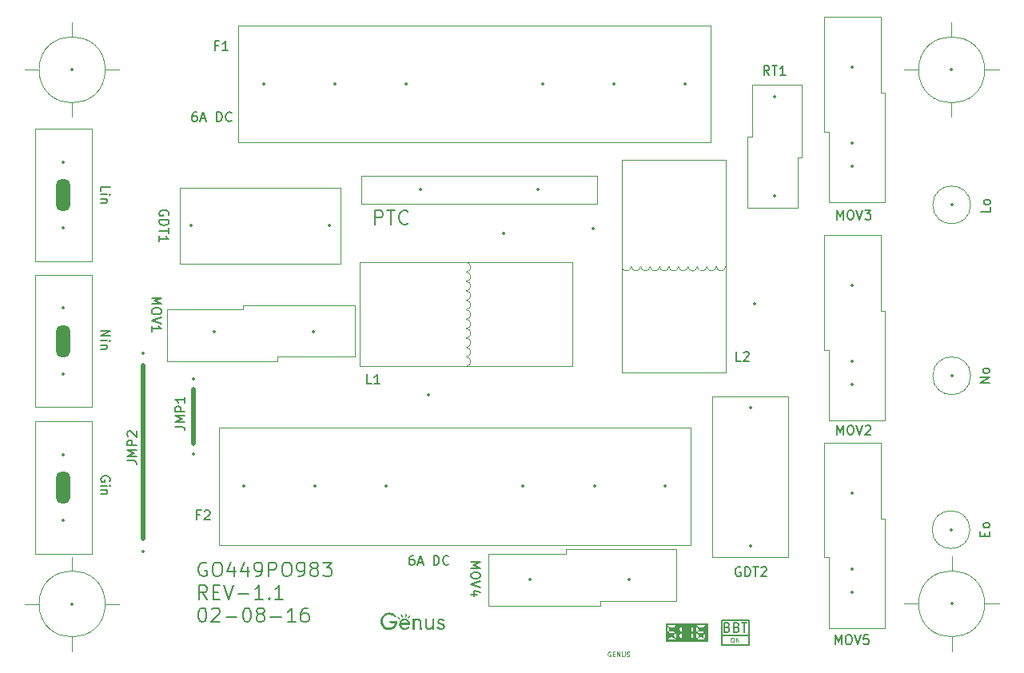
<source format=gto>
%TF.GenerationSoftware,KiCad,Pcbnew,(6.0.7)*%
%TF.CreationDate,2024-05-27T12:45:13+05:30*%
%TF.ProjectId,G0449P0983,47303434-3950-4303-9938-332e6b696361,rev?*%
%TF.SameCoordinates,Original*%
%TF.FileFunction,Legend,Top*%
%TF.FilePolarity,Positive*%
%FSLAX46Y46*%
G04 Gerber Fmt 4.6, Leading zero omitted, Abs format (unit mm)*
G04 Created by KiCad (PCBNEW (6.0.7)) date 2024-05-27 12:45:13*
%MOMM*%
%LPD*%
G01*
G04 APERTURE LIST*
%ADD10C,0.150000*%
%ADD11C,0.125000*%
%ADD12C,0.120000*%
%ADD13C,0.500000*%
%ADD14C,0.350000*%
%ADD15O,1.500000X3.500000*%
G04 APERTURE END LIST*
D10*
X115000000Y-115200000D02*
X117900000Y-115200000D01*
X117900000Y-115200000D02*
X117900000Y-117800000D01*
X117900000Y-117800000D02*
X115000000Y-117800000D01*
X115000000Y-117800000D02*
X115000000Y-115200000D01*
X115000000Y-116800000D02*
X117900000Y-116800000D01*
X60440357Y-109135000D02*
X60297500Y-109063571D01*
X60083214Y-109063571D01*
X59868928Y-109135000D01*
X59726071Y-109277857D01*
X59654642Y-109420714D01*
X59583214Y-109706428D01*
X59583214Y-109920714D01*
X59654642Y-110206428D01*
X59726071Y-110349285D01*
X59868928Y-110492142D01*
X60083214Y-110563571D01*
X60226071Y-110563571D01*
X60440357Y-110492142D01*
X60511785Y-110420714D01*
X60511785Y-109920714D01*
X60226071Y-109920714D01*
X61440357Y-109063571D02*
X61726071Y-109063571D01*
X61868928Y-109135000D01*
X62011785Y-109277857D01*
X62083214Y-109563571D01*
X62083214Y-110063571D01*
X62011785Y-110349285D01*
X61868928Y-110492142D01*
X61726071Y-110563571D01*
X61440357Y-110563571D01*
X61297500Y-110492142D01*
X61154642Y-110349285D01*
X61083214Y-110063571D01*
X61083214Y-109563571D01*
X61154642Y-109277857D01*
X61297500Y-109135000D01*
X61440357Y-109063571D01*
X63368928Y-109563571D02*
X63368928Y-110563571D01*
X63011785Y-108992142D02*
X62654642Y-110063571D01*
X63583214Y-110063571D01*
X64797500Y-109563571D02*
X64797500Y-110563571D01*
X64440357Y-108992142D02*
X64083214Y-110063571D01*
X65011785Y-110063571D01*
X65654642Y-110563571D02*
X65940357Y-110563571D01*
X66083214Y-110492142D01*
X66154642Y-110420714D01*
X66297500Y-110206428D01*
X66368928Y-109920714D01*
X66368928Y-109349285D01*
X66297500Y-109206428D01*
X66226071Y-109135000D01*
X66083214Y-109063571D01*
X65797500Y-109063571D01*
X65654642Y-109135000D01*
X65583214Y-109206428D01*
X65511785Y-109349285D01*
X65511785Y-109706428D01*
X65583214Y-109849285D01*
X65654642Y-109920714D01*
X65797500Y-109992142D01*
X66083214Y-109992142D01*
X66226071Y-109920714D01*
X66297500Y-109849285D01*
X66368928Y-109706428D01*
X67011785Y-110563571D02*
X67011785Y-109063571D01*
X67583214Y-109063571D01*
X67726071Y-109135000D01*
X67797500Y-109206428D01*
X67868928Y-109349285D01*
X67868928Y-109563571D01*
X67797500Y-109706428D01*
X67726071Y-109777857D01*
X67583214Y-109849285D01*
X67011785Y-109849285D01*
X68797500Y-109063571D02*
X69083214Y-109063571D01*
X69226071Y-109135000D01*
X69368928Y-109277857D01*
X69440357Y-109563571D01*
X69440357Y-110063571D01*
X69368928Y-110349285D01*
X69226071Y-110492142D01*
X69083214Y-110563571D01*
X68797500Y-110563571D01*
X68654642Y-110492142D01*
X68511785Y-110349285D01*
X68440357Y-110063571D01*
X68440357Y-109563571D01*
X68511785Y-109277857D01*
X68654642Y-109135000D01*
X68797500Y-109063571D01*
X70154642Y-110563571D02*
X70440357Y-110563571D01*
X70583214Y-110492142D01*
X70654642Y-110420714D01*
X70797500Y-110206428D01*
X70868928Y-109920714D01*
X70868928Y-109349285D01*
X70797500Y-109206428D01*
X70726071Y-109135000D01*
X70583214Y-109063571D01*
X70297500Y-109063571D01*
X70154642Y-109135000D01*
X70083214Y-109206428D01*
X70011785Y-109349285D01*
X70011785Y-109706428D01*
X70083214Y-109849285D01*
X70154642Y-109920714D01*
X70297500Y-109992142D01*
X70583214Y-109992142D01*
X70726071Y-109920714D01*
X70797500Y-109849285D01*
X70868928Y-109706428D01*
X71726071Y-109706428D02*
X71583214Y-109635000D01*
X71511785Y-109563571D01*
X71440357Y-109420714D01*
X71440357Y-109349285D01*
X71511785Y-109206428D01*
X71583214Y-109135000D01*
X71726071Y-109063571D01*
X72011785Y-109063571D01*
X72154642Y-109135000D01*
X72226071Y-109206428D01*
X72297500Y-109349285D01*
X72297500Y-109420714D01*
X72226071Y-109563571D01*
X72154642Y-109635000D01*
X72011785Y-109706428D01*
X71726071Y-109706428D01*
X71583214Y-109777857D01*
X71511785Y-109849285D01*
X71440357Y-109992142D01*
X71440357Y-110277857D01*
X71511785Y-110420714D01*
X71583214Y-110492142D01*
X71726071Y-110563571D01*
X72011785Y-110563571D01*
X72154642Y-110492142D01*
X72226071Y-110420714D01*
X72297500Y-110277857D01*
X72297500Y-109992142D01*
X72226071Y-109849285D01*
X72154642Y-109777857D01*
X72011785Y-109706428D01*
X72797500Y-109063571D02*
X73726071Y-109063571D01*
X73226071Y-109635000D01*
X73440357Y-109635000D01*
X73583214Y-109706428D01*
X73654642Y-109777857D01*
X73726071Y-109920714D01*
X73726071Y-110277857D01*
X73654642Y-110420714D01*
X73583214Y-110492142D01*
X73440357Y-110563571D01*
X73011785Y-110563571D01*
X72868928Y-110492142D01*
X72797500Y-110420714D01*
X60511785Y-112978571D02*
X60011785Y-112264285D01*
X59654642Y-112978571D02*
X59654642Y-111478571D01*
X60226071Y-111478571D01*
X60368928Y-111550000D01*
X60440357Y-111621428D01*
X60511785Y-111764285D01*
X60511785Y-111978571D01*
X60440357Y-112121428D01*
X60368928Y-112192857D01*
X60226071Y-112264285D01*
X59654642Y-112264285D01*
X61154642Y-112192857D02*
X61654642Y-112192857D01*
X61868928Y-112978571D02*
X61154642Y-112978571D01*
X61154642Y-111478571D01*
X61868928Y-111478571D01*
X62297500Y-111478571D02*
X62797500Y-112978571D01*
X63297500Y-111478571D01*
X63797500Y-112407142D02*
X64940357Y-112407142D01*
X66440357Y-112978571D02*
X65583214Y-112978571D01*
X66011785Y-112978571D02*
X66011785Y-111478571D01*
X65868928Y-111692857D01*
X65726071Y-111835714D01*
X65583214Y-111907142D01*
X67083214Y-112835714D02*
X67154642Y-112907142D01*
X67083214Y-112978571D01*
X67011785Y-112907142D01*
X67083214Y-112835714D01*
X67083214Y-112978571D01*
X68583214Y-112978571D02*
X67726071Y-112978571D01*
X68154642Y-112978571D02*
X68154642Y-111478571D01*
X68011785Y-111692857D01*
X67868928Y-111835714D01*
X67726071Y-111907142D01*
X59940357Y-113893571D02*
X60083214Y-113893571D01*
X60226071Y-113965000D01*
X60297500Y-114036428D01*
X60368928Y-114179285D01*
X60440357Y-114465000D01*
X60440357Y-114822142D01*
X60368928Y-115107857D01*
X60297500Y-115250714D01*
X60226071Y-115322142D01*
X60083214Y-115393571D01*
X59940357Y-115393571D01*
X59797500Y-115322142D01*
X59726071Y-115250714D01*
X59654642Y-115107857D01*
X59583214Y-114822142D01*
X59583214Y-114465000D01*
X59654642Y-114179285D01*
X59726071Y-114036428D01*
X59797500Y-113965000D01*
X59940357Y-113893571D01*
X61011785Y-114036428D02*
X61083214Y-113965000D01*
X61226071Y-113893571D01*
X61583214Y-113893571D01*
X61726071Y-113965000D01*
X61797500Y-114036428D01*
X61868928Y-114179285D01*
X61868928Y-114322142D01*
X61797500Y-114536428D01*
X60940357Y-115393571D01*
X61868928Y-115393571D01*
X62511785Y-114822142D02*
X63654642Y-114822142D01*
X64654642Y-113893571D02*
X64797500Y-113893571D01*
X64940357Y-113965000D01*
X65011785Y-114036428D01*
X65083214Y-114179285D01*
X65154642Y-114465000D01*
X65154642Y-114822142D01*
X65083214Y-115107857D01*
X65011785Y-115250714D01*
X64940357Y-115322142D01*
X64797500Y-115393571D01*
X64654642Y-115393571D01*
X64511785Y-115322142D01*
X64440357Y-115250714D01*
X64368928Y-115107857D01*
X64297500Y-114822142D01*
X64297500Y-114465000D01*
X64368928Y-114179285D01*
X64440357Y-114036428D01*
X64511785Y-113965000D01*
X64654642Y-113893571D01*
X66011785Y-114536428D02*
X65868928Y-114465000D01*
X65797500Y-114393571D01*
X65726071Y-114250714D01*
X65726071Y-114179285D01*
X65797500Y-114036428D01*
X65868928Y-113965000D01*
X66011785Y-113893571D01*
X66297500Y-113893571D01*
X66440357Y-113965000D01*
X66511785Y-114036428D01*
X66583214Y-114179285D01*
X66583214Y-114250714D01*
X66511785Y-114393571D01*
X66440357Y-114465000D01*
X66297500Y-114536428D01*
X66011785Y-114536428D01*
X65868928Y-114607857D01*
X65797500Y-114679285D01*
X65726071Y-114822142D01*
X65726071Y-115107857D01*
X65797500Y-115250714D01*
X65868928Y-115322142D01*
X66011785Y-115393571D01*
X66297500Y-115393571D01*
X66440357Y-115322142D01*
X66511785Y-115250714D01*
X66583214Y-115107857D01*
X66583214Y-114822142D01*
X66511785Y-114679285D01*
X66440357Y-114607857D01*
X66297500Y-114536428D01*
X67226071Y-114822142D02*
X68368928Y-114822142D01*
X69868928Y-115393571D02*
X69011785Y-115393571D01*
X69440357Y-115393571D02*
X69440357Y-113893571D01*
X69297500Y-114107857D01*
X69154642Y-114250714D01*
X69011785Y-114322142D01*
X71154642Y-113893571D02*
X70868928Y-113893571D01*
X70726071Y-113965000D01*
X70654642Y-114036428D01*
X70511785Y-114250714D01*
X70440357Y-114536428D01*
X70440357Y-115107857D01*
X70511785Y-115250714D01*
X70583214Y-115322142D01*
X70726071Y-115393571D01*
X71011785Y-115393571D01*
X71154642Y-115322142D01*
X71226071Y-115250714D01*
X71297500Y-115107857D01*
X71297500Y-114750714D01*
X71226071Y-114607857D01*
X71154642Y-114536428D01*
X71011785Y-114465000D01*
X70726071Y-114465000D01*
X70583214Y-114536428D01*
X70511785Y-114607857D01*
X70440357Y-114750714D01*
D11*
X103242857Y-118550000D02*
X103195238Y-118526190D01*
X103123809Y-118526190D01*
X103052380Y-118550000D01*
X103004761Y-118597619D01*
X102980952Y-118645238D01*
X102957142Y-118740476D01*
X102957142Y-118811904D01*
X102980952Y-118907142D01*
X103004761Y-118954761D01*
X103052380Y-119002380D01*
X103123809Y-119026190D01*
X103171428Y-119026190D01*
X103242857Y-119002380D01*
X103266666Y-118978571D01*
X103266666Y-118811904D01*
X103171428Y-118811904D01*
X103480952Y-118764285D02*
X103647619Y-118764285D01*
X103719047Y-119026190D02*
X103480952Y-119026190D01*
X103480952Y-118526190D01*
X103719047Y-118526190D01*
X103933333Y-119026190D02*
X103933333Y-118526190D01*
X104219047Y-119026190D01*
X104219047Y-118526190D01*
X104457142Y-118526190D02*
X104457142Y-118930952D01*
X104480952Y-118978571D01*
X104504761Y-119002380D01*
X104552380Y-119026190D01*
X104647619Y-119026190D01*
X104695238Y-119002380D01*
X104719047Y-118978571D01*
X104742857Y-118930952D01*
X104742857Y-118526190D01*
X104957142Y-119002380D02*
X105028571Y-119026190D01*
X105147619Y-119026190D01*
X105195238Y-119002380D01*
X105219047Y-118978571D01*
X105242857Y-118930952D01*
X105242857Y-118883333D01*
X105219047Y-118835714D01*
X105195238Y-118811904D01*
X105147619Y-118788095D01*
X105052380Y-118764285D01*
X105004761Y-118740476D01*
X104980952Y-118716666D01*
X104957142Y-118669047D01*
X104957142Y-118621428D01*
X104980952Y-118573809D01*
X105004761Y-118550000D01*
X105052380Y-118526190D01*
X105171428Y-118526190D01*
X105242857Y-118550000D01*
D10*
X115590476Y-115928571D02*
X115733333Y-115976190D01*
X115780952Y-116023809D01*
X115828571Y-116119047D01*
X115828571Y-116261904D01*
X115780952Y-116357142D01*
X115733333Y-116404761D01*
X115638095Y-116452380D01*
X115257142Y-116452380D01*
X115257142Y-115452380D01*
X115590476Y-115452380D01*
X115685714Y-115500000D01*
X115733333Y-115547619D01*
X115780952Y-115642857D01*
X115780952Y-115738095D01*
X115733333Y-115833333D01*
X115685714Y-115880952D01*
X115590476Y-115928571D01*
X115257142Y-115928571D01*
X116590476Y-115928571D02*
X116733333Y-115976190D01*
X116780952Y-116023809D01*
X116828571Y-116119047D01*
X116828571Y-116261904D01*
X116780952Y-116357142D01*
X116733333Y-116404761D01*
X116638095Y-116452380D01*
X116257142Y-116452380D01*
X116257142Y-115452380D01*
X116590476Y-115452380D01*
X116685714Y-115500000D01*
X116733333Y-115547619D01*
X116780952Y-115642857D01*
X116780952Y-115738095D01*
X116733333Y-115833333D01*
X116685714Y-115880952D01*
X116590476Y-115928571D01*
X116257142Y-115928571D01*
X117114285Y-115452380D02*
X117685714Y-115452380D01*
X117400000Y-116452380D02*
X117400000Y-115452380D01*
D11*
X116102380Y-117026190D02*
X116197619Y-117026190D01*
X116245238Y-117050000D01*
X116292857Y-117097619D01*
X116316666Y-117192857D01*
X116316666Y-117359523D01*
X116292857Y-117454761D01*
X116245238Y-117502380D01*
X116197619Y-117526190D01*
X116102380Y-117526190D01*
X116054761Y-117502380D01*
X116007142Y-117454761D01*
X115983333Y-117359523D01*
X115983333Y-117192857D01*
X116007142Y-117097619D01*
X116054761Y-117050000D01*
X116102380Y-117026190D01*
X116530952Y-117526190D02*
X116530952Y-117026190D01*
X116816666Y-117526190D02*
X116602380Y-117240476D01*
X116816666Y-117026190D02*
X116530952Y-117311904D01*
D10*
%TO.C,EO1*%
X142856743Y-106266666D02*
X142856743Y-105933333D01*
X143380552Y-105790476D02*
X143380552Y-106266666D01*
X142380552Y-106266666D01*
X142380552Y-105790476D01*
X143380552Y-105219047D02*
X143332933Y-105314285D01*
X143285314Y-105361904D01*
X143190076Y-105409523D01*
X142904362Y-105409523D01*
X142809124Y-105361904D01*
X142761505Y-105314285D01*
X142713886Y-105219047D01*
X142713886Y-105076190D01*
X142761505Y-104980952D01*
X142809124Y-104933333D01*
X142904362Y-104885714D01*
X143190076Y-104885714D01*
X143285314Y-104933333D01*
X143332933Y-104980952D01*
X143380552Y-105076190D01*
X143380552Y-105219047D01*
%TO.C,Lo1*%
X143452380Y-71442857D02*
X143452380Y-71919047D01*
X142452380Y-71919047D01*
X143452380Y-70966666D02*
X143404761Y-71061904D01*
X143357142Y-71109523D01*
X143261904Y-71157142D01*
X142976190Y-71157142D01*
X142880952Y-71109523D01*
X142833333Y-71061904D01*
X142785714Y-70966666D01*
X142785714Y-70823809D01*
X142833333Y-70728571D01*
X142880952Y-70680952D01*
X142976190Y-70633333D01*
X143261904Y-70633333D01*
X143357142Y-70680952D01*
X143404761Y-70728571D01*
X143452380Y-70823809D01*
X143452380Y-70966666D01*
%TO.C,Lin1*%
X49247619Y-69770728D02*
X49247619Y-69294538D01*
X50247619Y-69294538D01*
X49247619Y-70104061D02*
X49914285Y-70104061D01*
X50247619Y-70104061D02*
X50200000Y-70056442D01*
X50152380Y-70104061D01*
X50200000Y-70151681D01*
X50247619Y-70104061D01*
X50152380Y-70104061D01*
X49914285Y-70580252D02*
X49247619Y-70580252D01*
X49819047Y-70580252D02*
X49866666Y-70627871D01*
X49914285Y-70723109D01*
X49914285Y-70865966D01*
X49866666Y-70961204D01*
X49771428Y-71008823D01*
X49247619Y-71008823D01*
%TO.C,PTC1*%
X78285714Y-73278571D02*
X78285714Y-71778571D01*
X78857142Y-71778571D01*
X79000000Y-71850000D01*
X79071428Y-71921428D01*
X79142857Y-72064285D01*
X79142857Y-72278571D01*
X79071428Y-72421428D01*
X79000000Y-72492857D01*
X78857142Y-72564285D01*
X78285714Y-72564285D01*
X79571428Y-71778571D02*
X80428571Y-71778571D01*
X80000000Y-73278571D02*
X80000000Y-71778571D01*
X81785714Y-73135714D02*
X81714285Y-73207142D01*
X81500000Y-73278571D01*
X81357142Y-73278571D01*
X81142857Y-73207142D01*
X81000000Y-73064285D01*
X80928571Y-72921428D01*
X80857142Y-72635714D01*
X80857142Y-72421428D01*
X80928571Y-72135714D01*
X81000000Y-71992857D01*
X81142857Y-71850000D01*
X81357142Y-71778571D01*
X81500000Y-71778571D01*
X81714285Y-71850000D01*
X81785714Y-71921428D01*
%TO.C,L2*%
X117033333Y-87752380D02*
X116557142Y-87752380D01*
X116557142Y-86752380D01*
X117319047Y-86847619D02*
X117366666Y-86800000D01*
X117461904Y-86752380D01*
X117700000Y-86752380D01*
X117795238Y-86800000D01*
X117842857Y-86847619D01*
X117890476Y-86942857D01*
X117890476Y-87038095D01*
X117842857Y-87180952D01*
X117271428Y-87752380D01*
X117890476Y-87752380D01*
%TO.C,JP2*%
X52052380Y-98304761D02*
X52766666Y-98304761D01*
X52909523Y-98352380D01*
X53004761Y-98447619D01*
X53052380Y-98590476D01*
X53052380Y-98685714D01*
X53052380Y-97828571D02*
X52052380Y-97828571D01*
X52766666Y-97495238D01*
X52052380Y-97161904D01*
X53052380Y-97161904D01*
X53052380Y-96685714D02*
X52052380Y-96685714D01*
X52052380Y-96304761D01*
X52100000Y-96209523D01*
X52147619Y-96161904D01*
X52242857Y-96114285D01*
X52385714Y-96114285D01*
X52480952Y-96161904D01*
X52528571Y-96209523D01*
X52576190Y-96304761D01*
X52576190Y-96685714D01*
X52147619Y-95733333D02*
X52100000Y-95685714D01*
X52052380Y-95590476D01*
X52052380Y-95352380D01*
X52100000Y-95257142D01*
X52147619Y-95209523D01*
X52242857Y-95161904D01*
X52338095Y-95161904D01*
X52480952Y-95209523D01*
X53052380Y-95780952D01*
X53052380Y-95161904D01*
%TO.C,Nin1*%
X49247619Y-84523809D02*
X50247619Y-84523809D01*
X49247619Y-85095238D01*
X50247619Y-85095238D01*
X49247619Y-85571428D02*
X49914285Y-85571428D01*
X50247619Y-85571428D02*
X50200000Y-85523809D01*
X50152380Y-85571428D01*
X50200000Y-85619047D01*
X50247619Y-85571428D01*
X50152380Y-85571428D01*
X49914285Y-86047619D02*
X49247619Y-86047619D01*
X49819047Y-86047619D02*
X49866666Y-86095238D01*
X49914285Y-86190476D01*
X49914285Y-86333333D01*
X49866666Y-86428571D01*
X49771428Y-86476190D01*
X49247619Y-86476190D01*
%TO.C,MOV1*%
X54647619Y-81038095D02*
X55647619Y-81038095D01*
X54933333Y-81371428D01*
X55647619Y-81704761D01*
X54647619Y-81704761D01*
X55647619Y-82371428D02*
X55647619Y-82561904D01*
X55600000Y-82657142D01*
X55504761Y-82752380D01*
X55314285Y-82800000D01*
X54980952Y-82800000D01*
X54790476Y-82752380D01*
X54695238Y-82657142D01*
X54647619Y-82561904D01*
X54647619Y-82371428D01*
X54695238Y-82276190D01*
X54790476Y-82180952D01*
X54980952Y-82133333D01*
X55314285Y-82133333D01*
X55504761Y-82180952D01*
X55600000Y-82276190D01*
X55647619Y-82371428D01*
X55647619Y-83085714D02*
X54647619Y-83419047D01*
X55647619Y-83752380D01*
X54647619Y-84609523D02*
X54647619Y-84038095D01*
X54647619Y-84323809D02*
X55647619Y-84323809D01*
X55504761Y-84228571D01*
X55409523Y-84133333D01*
X55361904Y-84038095D01*
%TO.C,MOV5*%
X127038095Y-117752380D02*
X127038095Y-116752380D01*
X127371428Y-117466666D01*
X127704761Y-116752380D01*
X127704761Y-117752380D01*
X128371428Y-116752380D02*
X128561904Y-116752380D01*
X128657142Y-116800000D01*
X128752380Y-116895238D01*
X128800000Y-117085714D01*
X128800000Y-117419047D01*
X128752380Y-117609523D01*
X128657142Y-117704761D01*
X128561904Y-117752380D01*
X128371428Y-117752380D01*
X128276190Y-117704761D01*
X128180952Y-117609523D01*
X128133333Y-117419047D01*
X128133333Y-117085714D01*
X128180952Y-116895238D01*
X128276190Y-116800000D01*
X128371428Y-116752380D01*
X129085714Y-116752380D02*
X129419047Y-117752380D01*
X129752380Y-116752380D01*
X130561904Y-116752380D02*
X130085714Y-116752380D01*
X130038095Y-117228571D01*
X130085714Y-117180952D01*
X130180952Y-117133333D01*
X130419047Y-117133333D01*
X130514285Y-117180952D01*
X130561904Y-117228571D01*
X130609523Y-117323809D01*
X130609523Y-117561904D01*
X130561904Y-117657142D01*
X130514285Y-117704761D01*
X130419047Y-117752380D01*
X130180952Y-117752380D01*
X130085714Y-117704761D01*
X130038095Y-117657142D01*
%TO.C,F2*%
X59766666Y-104028571D02*
X59433333Y-104028571D01*
X59433333Y-104552380D02*
X59433333Y-103552380D01*
X59909523Y-103552380D01*
X60242857Y-103647619D02*
X60290476Y-103600000D01*
X60385714Y-103552380D01*
X60623809Y-103552380D01*
X60719047Y-103600000D01*
X60766666Y-103647619D01*
X60814285Y-103742857D01*
X60814285Y-103838095D01*
X60766666Y-103980952D01*
X60195238Y-104552380D01*
X60814285Y-104552380D01*
X82380952Y-108352380D02*
X82190476Y-108352380D01*
X82095238Y-108400000D01*
X82047619Y-108447619D01*
X81952380Y-108590476D01*
X81904761Y-108780952D01*
X81904761Y-109161904D01*
X81952380Y-109257142D01*
X82000000Y-109304761D01*
X82095238Y-109352380D01*
X82285714Y-109352380D01*
X82380952Y-109304761D01*
X82428571Y-109257142D01*
X82476190Y-109161904D01*
X82476190Y-108923809D01*
X82428571Y-108828571D01*
X82380952Y-108780952D01*
X82285714Y-108733333D01*
X82095238Y-108733333D01*
X82000000Y-108780952D01*
X81952380Y-108828571D01*
X81904761Y-108923809D01*
X82857142Y-109066666D02*
X83333333Y-109066666D01*
X82761904Y-109352380D02*
X83095238Y-108352380D01*
X83428571Y-109352380D01*
X84523809Y-109352380D02*
X84523809Y-108352380D01*
X84761904Y-108352380D01*
X84904761Y-108400000D01*
X85000000Y-108495238D01*
X85047619Y-108590476D01*
X85095238Y-108780952D01*
X85095238Y-108923809D01*
X85047619Y-109114285D01*
X85000000Y-109209523D01*
X84904761Y-109304761D01*
X84761904Y-109352380D01*
X84523809Y-109352380D01*
X86095238Y-109257142D02*
X86047619Y-109304761D01*
X85904761Y-109352380D01*
X85809523Y-109352380D01*
X85666666Y-109304761D01*
X85571428Y-109209523D01*
X85523809Y-109114285D01*
X85476190Y-108923809D01*
X85476190Y-108780952D01*
X85523809Y-108590476D01*
X85571428Y-108495238D01*
X85666666Y-108400000D01*
X85809523Y-108352380D01*
X85904761Y-108352380D01*
X86047619Y-108400000D01*
X86095238Y-108447619D01*
%TO.C,MOV2*%
X127238095Y-95552380D02*
X127238095Y-94552380D01*
X127571428Y-95266666D01*
X127904761Y-94552380D01*
X127904761Y-95552380D01*
X128571428Y-94552380D02*
X128761904Y-94552380D01*
X128857142Y-94600000D01*
X128952380Y-94695238D01*
X129000000Y-94885714D01*
X129000000Y-95219047D01*
X128952380Y-95409523D01*
X128857142Y-95504761D01*
X128761904Y-95552380D01*
X128571428Y-95552380D01*
X128476190Y-95504761D01*
X128380952Y-95409523D01*
X128333333Y-95219047D01*
X128333333Y-94885714D01*
X128380952Y-94695238D01*
X128476190Y-94600000D01*
X128571428Y-94552380D01*
X129285714Y-94552380D02*
X129619047Y-95552380D01*
X129952380Y-94552380D01*
X130238095Y-94647619D02*
X130285714Y-94600000D01*
X130380952Y-94552380D01*
X130619047Y-94552380D01*
X130714285Y-94600000D01*
X130761904Y-94647619D01*
X130809523Y-94742857D01*
X130809523Y-94838095D01*
X130761904Y-94980952D01*
X130190476Y-95552380D01*
X130809523Y-95552380D01*
%TO.C,JP1*%
X57152380Y-94704761D02*
X57866666Y-94704761D01*
X58009523Y-94752380D01*
X58104761Y-94847619D01*
X58152380Y-94990476D01*
X58152380Y-95085714D01*
X58152380Y-94228571D02*
X57152380Y-94228571D01*
X57866666Y-93895238D01*
X57152380Y-93561904D01*
X58152380Y-93561904D01*
X58152380Y-93085714D02*
X57152380Y-93085714D01*
X57152380Y-92704761D01*
X57200000Y-92609523D01*
X57247619Y-92561904D01*
X57342857Y-92514285D01*
X57485714Y-92514285D01*
X57580952Y-92561904D01*
X57628571Y-92609523D01*
X57676190Y-92704761D01*
X57676190Y-93085714D01*
X58152380Y-91561904D02*
X58152380Y-92133333D01*
X58152380Y-91847619D02*
X57152380Y-91847619D01*
X57295238Y-91942857D01*
X57390476Y-92038095D01*
X57438095Y-92133333D01*
%TO.C,No1*%
X143352380Y-90038095D02*
X142352380Y-90038095D01*
X143352380Y-89466666D01*
X142352380Y-89466666D01*
X143352380Y-88847619D02*
X143304761Y-88942857D01*
X143257142Y-88990476D01*
X143161904Y-89038095D01*
X142876190Y-89038095D01*
X142780952Y-88990476D01*
X142733333Y-88942857D01*
X142685714Y-88847619D01*
X142685714Y-88704761D01*
X142733333Y-88609523D01*
X142780952Y-88561904D01*
X142876190Y-88514285D01*
X143161904Y-88514285D01*
X143257142Y-88561904D01*
X143304761Y-88609523D01*
X143352380Y-88704761D01*
X143352380Y-88847619D01*
%TO.C,RT1*%
X120052380Y-57452380D02*
X119719047Y-56976190D01*
X119480952Y-57452380D02*
X119480952Y-56452380D01*
X119861904Y-56452380D01*
X119957142Y-56500000D01*
X120004761Y-56547619D01*
X120052380Y-56642857D01*
X120052380Y-56785714D01*
X120004761Y-56880952D01*
X119957142Y-56928571D01*
X119861904Y-56976190D01*
X119480952Y-56976190D01*
X120338095Y-56452380D02*
X120909523Y-56452380D01*
X120623809Y-57452380D02*
X120623809Y-56452380D01*
X121766666Y-57452380D02*
X121195238Y-57452380D01*
X121480952Y-57452380D02*
X121480952Y-56452380D01*
X121385714Y-56595238D01*
X121290476Y-56690476D01*
X121195238Y-56738095D01*
%TO.C,MOV3*%
X127238095Y-72752380D02*
X127238095Y-71752380D01*
X127571428Y-72466666D01*
X127904761Y-71752380D01*
X127904761Y-72752380D01*
X128571428Y-71752380D02*
X128761904Y-71752380D01*
X128857142Y-71800000D01*
X128952380Y-71895238D01*
X129000000Y-72085714D01*
X129000000Y-72419047D01*
X128952380Y-72609523D01*
X128857142Y-72704761D01*
X128761904Y-72752380D01*
X128571428Y-72752380D01*
X128476190Y-72704761D01*
X128380952Y-72609523D01*
X128333333Y-72419047D01*
X128333333Y-72085714D01*
X128380952Y-71895238D01*
X128476190Y-71800000D01*
X128571428Y-71752380D01*
X129285714Y-71752380D02*
X129619047Y-72752380D01*
X129952380Y-71752380D01*
X130190476Y-71752380D02*
X130809523Y-71752380D01*
X130476190Y-72133333D01*
X130619047Y-72133333D01*
X130714285Y-72180952D01*
X130761904Y-72228571D01*
X130809523Y-72323809D01*
X130809523Y-72561904D01*
X130761904Y-72657142D01*
X130714285Y-72704761D01*
X130619047Y-72752380D01*
X130333333Y-72752380D01*
X130238095Y-72704761D01*
X130190476Y-72657142D01*
%TO.C,F1*%
X61666666Y-54328571D02*
X61333333Y-54328571D01*
X61333333Y-54852380D02*
X61333333Y-53852380D01*
X61809523Y-53852380D01*
X62714285Y-54852380D02*
X62142857Y-54852380D01*
X62428571Y-54852380D02*
X62428571Y-53852380D01*
X62333333Y-53995238D01*
X62238095Y-54090476D01*
X62142857Y-54138095D01*
X59380952Y-61352380D02*
X59190476Y-61352380D01*
X59095238Y-61400000D01*
X59047619Y-61447619D01*
X58952380Y-61590476D01*
X58904761Y-61780952D01*
X58904761Y-62161904D01*
X58952380Y-62257142D01*
X59000000Y-62304761D01*
X59095238Y-62352380D01*
X59285714Y-62352380D01*
X59380952Y-62304761D01*
X59428571Y-62257142D01*
X59476190Y-62161904D01*
X59476190Y-61923809D01*
X59428571Y-61828571D01*
X59380952Y-61780952D01*
X59285714Y-61733333D01*
X59095238Y-61733333D01*
X59000000Y-61780952D01*
X58952380Y-61828571D01*
X58904761Y-61923809D01*
X59857142Y-62066666D02*
X60333333Y-62066666D01*
X59761904Y-62352380D02*
X60095238Y-61352380D01*
X60428571Y-62352380D01*
X61523809Y-62352380D02*
X61523809Y-61352380D01*
X61761904Y-61352380D01*
X61904761Y-61400000D01*
X62000000Y-61495238D01*
X62047619Y-61590476D01*
X62095238Y-61780952D01*
X62095238Y-61923809D01*
X62047619Y-62114285D01*
X62000000Y-62209523D01*
X61904761Y-62304761D01*
X61761904Y-62352380D01*
X61523809Y-62352380D01*
X63095238Y-62257142D02*
X63047619Y-62304761D01*
X62904761Y-62352380D01*
X62809523Y-62352380D01*
X62666666Y-62304761D01*
X62571428Y-62209523D01*
X62523809Y-62114285D01*
X62476190Y-61923809D01*
X62476190Y-61780952D01*
X62523809Y-61590476D01*
X62571428Y-61495238D01*
X62666666Y-61400000D01*
X62809523Y-61352380D01*
X62904761Y-61352380D01*
X63047619Y-61400000D01*
X63095238Y-61447619D01*
%TO.C,GDT2*%
X117004761Y-109600000D02*
X116909523Y-109552380D01*
X116766666Y-109552380D01*
X116623809Y-109600000D01*
X116528571Y-109695238D01*
X116480952Y-109790476D01*
X116433333Y-109980952D01*
X116433333Y-110123809D01*
X116480952Y-110314285D01*
X116528571Y-110409523D01*
X116623809Y-110504761D01*
X116766666Y-110552380D01*
X116861904Y-110552380D01*
X117004761Y-110504761D01*
X117052380Y-110457142D01*
X117052380Y-110123809D01*
X116861904Y-110123809D01*
X117480952Y-110552380D02*
X117480952Y-109552380D01*
X117719047Y-109552380D01*
X117861904Y-109600000D01*
X117957142Y-109695238D01*
X118004761Y-109790476D01*
X118052380Y-109980952D01*
X118052380Y-110123809D01*
X118004761Y-110314285D01*
X117957142Y-110409523D01*
X117861904Y-110504761D01*
X117719047Y-110552380D01*
X117480952Y-110552380D01*
X118338095Y-109552380D02*
X118909523Y-109552380D01*
X118623809Y-110552380D02*
X118623809Y-109552380D01*
X119195238Y-109647619D02*
X119242857Y-109600000D01*
X119338095Y-109552380D01*
X119576190Y-109552380D01*
X119671428Y-109600000D01*
X119719047Y-109647619D01*
X119766666Y-109742857D01*
X119766666Y-109838095D01*
X119719047Y-109980952D01*
X119147619Y-110552380D01*
X119766666Y-110552380D01*
%TO.C,Gin1*%
X50200000Y-100471428D02*
X50247619Y-100376190D01*
X50247619Y-100233333D01*
X50200000Y-100090476D01*
X50104761Y-99995238D01*
X50009523Y-99947619D01*
X49819047Y-99900000D01*
X49676190Y-99900000D01*
X49485714Y-99947619D01*
X49390476Y-99995238D01*
X49295238Y-100090476D01*
X49247619Y-100233333D01*
X49247619Y-100328571D01*
X49295238Y-100471428D01*
X49342857Y-100519047D01*
X49676190Y-100519047D01*
X49676190Y-100328571D01*
X49247619Y-100947619D02*
X49914285Y-100947619D01*
X50247619Y-100947619D02*
X50200000Y-100900000D01*
X50152380Y-100947619D01*
X50200000Y-100995238D01*
X50247619Y-100947619D01*
X50152380Y-100947619D01*
X49914285Y-101423809D02*
X49247619Y-101423809D01*
X49819047Y-101423809D02*
X49866666Y-101471428D01*
X49914285Y-101566666D01*
X49914285Y-101709523D01*
X49866666Y-101804761D01*
X49771428Y-101852380D01*
X49247619Y-101852380D01*
%TO.C,L1*%
X77933333Y-90152380D02*
X77457142Y-90152380D01*
X77457142Y-89152380D01*
X78790476Y-90152380D02*
X78219047Y-90152380D01*
X78504761Y-90152380D02*
X78504761Y-89152380D01*
X78409523Y-89295238D01*
X78314285Y-89390476D01*
X78219047Y-89438095D01*
%TO.C,MOV4*%
X88447619Y-109038095D02*
X89447619Y-109038095D01*
X88733333Y-109371428D01*
X89447619Y-109704761D01*
X88447619Y-109704761D01*
X89447619Y-110371428D02*
X89447619Y-110561904D01*
X89400000Y-110657142D01*
X89304761Y-110752380D01*
X89114285Y-110800000D01*
X88780952Y-110800000D01*
X88590476Y-110752380D01*
X88495238Y-110657142D01*
X88447619Y-110561904D01*
X88447619Y-110371428D01*
X88495238Y-110276190D01*
X88590476Y-110180952D01*
X88780952Y-110133333D01*
X89114285Y-110133333D01*
X89304761Y-110180952D01*
X89400000Y-110276190D01*
X89447619Y-110371428D01*
X89447619Y-111085714D02*
X88447619Y-111419047D01*
X89447619Y-111752380D01*
X89114285Y-112514285D02*
X88447619Y-112514285D01*
X89495238Y-112276190D02*
X88780952Y-112038095D01*
X88780952Y-112657142D01*
%TO.C,GDT1*%
X56400000Y-72304761D02*
X56447619Y-72209523D01*
X56447619Y-72066666D01*
X56400000Y-71923809D01*
X56304761Y-71828571D01*
X56209523Y-71780952D01*
X56019047Y-71733333D01*
X55876190Y-71733333D01*
X55685714Y-71780952D01*
X55590476Y-71828571D01*
X55495238Y-71923809D01*
X55447619Y-72066666D01*
X55447619Y-72161904D01*
X55495238Y-72304761D01*
X55542857Y-72352380D01*
X55876190Y-72352380D01*
X55876190Y-72161904D01*
X55447619Y-72780952D02*
X56447619Y-72780952D01*
X56447619Y-73019047D01*
X56400000Y-73161904D01*
X56304761Y-73257142D01*
X56209523Y-73304761D01*
X56019047Y-73352380D01*
X55876190Y-73352380D01*
X55685714Y-73304761D01*
X55590476Y-73257142D01*
X55495238Y-73161904D01*
X55447619Y-73019047D01*
X55447619Y-72780952D01*
X56447619Y-73638095D02*
X56447619Y-74209523D01*
X55447619Y-73923809D02*
X56447619Y-73923809D01*
X55447619Y-75066666D02*
X55447619Y-74495238D01*
X55447619Y-74780952D02*
X56447619Y-74780952D01*
X56304761Y-74685714D01*
X56209523Y-74590476D01*
X56161904Y-74495238D01*
%TO.C,G\u002A\u002A\u002A*%
G36*
X80778794Y-114850636D02*
G01*
X80841681Y-114900335D01*
X80846648Y-114904402D01*
X80927854Y-114976339D01*
X80969925Y-115029690D01*
X80976650Y-115071603D01*
X80954086Y-115107004D01*
X80929886Y-115122268D01*
X80898828Y-115116436D01*
X80850335Y-115084962D01*
X80789435Y-115036246D01*
X80724171Y-114980647D01*
X80677593Y-114937810D01*
X80659915Y-114917209D01*
X80672772Y-114889857D01*
X80695212Y-114857227D01*
X80717509Y-114832804D01*
X80741387Y-114829367D01*
X80778794Y-114850636D01*
G37*
G36*
X83810791Y-115405993D02*
G01*
X83812476Y-115579631D01*
X83817869Y-115709970D01*
X83827477Y-115803658D01*
X83841810Y-115867343D01*
X83847118Y-115881620D01*
X83903210Y-115960447D01*
X83983452Y-116005478D01*
X84076331Y-116018036D01*
X84170335Y-115999441D01*
X84253952Y-115951016D01*
X84315671Y-115874082D01*
X84334633Y-115825654D01*
X84344332Y-115765786D01*
X84352452Y-115668195D01*
X84358267Y-115545203D01*
X84361055Y-115409130D01*
X84361194Y-115373909D01*
X84361333Y-115017308D01*
X84561530Y-115017308D01*
X84561530Y-116193465D01*
X84461432Y-116193465D01*
X84397298Y-116190629D01*
X84368791Y-116174477D01*
X84361523Y-116133546D01*
X84361333Y-116113709D01*
X84361333Y-116033954D01*
X84292516Y-116098139D01*
X84230785Y-116149522D01*
X84173106Y-116188245D01*
X84169038Y-116190408D01*
X84085315Y-116213170D01*
X83979101Y-116215356D01*
X83873121Y-116197845D01*
X83815963Y-116176732D01*
X83752321Y-116129543D01*
X83690501Y-116059338D01*
X83672071Y-116031212D01*
X83650212Y-115991747D01*
X83634258Y-115953459D01*
X83623281Y-115907905D01*
X83616355Y-115846640D01*
X83612550Y-115761222D01*
X83610939Y-115643209D01*
X83610595Y-115484156D01*
X83610594Y-115471808D01*
X83610594Y-115017308D01*
X83810791Y-115017308D01*
X83810791Y-115405993D01*
G37*
G36*
X81572766Y-114552594D02*
G01*
X81580784Y-114554550D01*
X81630026Y-114567995D01*
X81649587Y-114575154D01*
X81647252Y-114599874D01*
X81637712Y-114660447D01*
X81623661Y-114740269D01*
X81604189Y-114833201D01*
X81583753Y-114885289D01*
X81555449Y-114905386D01*
X81512371Y-114902343D01*
X81499611Y-114899291D01*
X81468579Y-114881039D01*
X81463921Y-114839154D01*
X81468995Y-114808507D01*
X81484155Y-114727589D01*
X81499362Y-114638861D01*
X81500171Y-114633846D01*
X81513257Y-114572599D01*
X81533476Y-114549429D01*
X81572766Y-114552594D01*
G37*
G36*
X80941113Y-115243179D02*
G01*
X81037531Y-115129891D01*
X81041263Y-115126710D01*
X81161834Y-115045676D01*
X81292396Y-115003145D01*
X81426392Y-114992833D01*
X81595144Y-115015631D01*
X81739157Y-115079614D01*
X81853970Y-115180209D01*
X81935124Y-115312843D01*
X81978159Y-115472946D01*
X81983993Y-115564497D01*
X81983993Y-115667948D01*
X81054709Y-115667948D01*
X81071617Y-115724253D01*
X81128160Y-115856450D01*
X81207812Y-115946364D01*
X81314984Y-115998141D01*
X81376395Y-116010517D01*
X81517979Y-116005721D01*
X81647370Y-115955082D01*
X81728460Y-115890789D01*
X81801413Y-115816172D01*
X81880033Y-115860927D01*
X81931830Y-115894583D01*
X81958032Y-115919766D01*
X81958811Y-115922530D01*
X81939356Y-115964666D01*
X81888155Y-116021242D01*
X81816837Y-116081727D01*
X81737029Y-116135591D01*
X81703222Y-116153983D01*
X81553726Y-116204597D01*
X81392543Y-116218815D01*
X81237514Y-116196066D01*
X81168923Y-116171123D01*
X81047751Y-116090327D01*
X80954194Y-115976507D01*
X80889409Y-115839125D01*
X80854552Y-115687641D01*
X80850780Y-115531515D01*
X80866308Y-115448982D01*
X81083993Y-115448982D01*
X81088012Y-115467047D01*
X81106175Y-115479366D01*
X81146354Y-115487016D01*
X81216418Y-115491073D01*
X81324236Y-115492612D01*
X81404256Y-115492776D01*
X81526090Y-115491695D01*
X81629065Y-115488743D01*
X81703253Y-115484352D01*
X81738726Y-115478955D01*
X81740045Y-115478136D01*
X81745385Y-115441231D01*
X81724598Y-115382456D01*
X81685220Y-115316981D01*
X81634783Y-115259976D01*
X81629362Y-115255275D01*
X81537572Y-115205259D01*
X81432136Y-115189398D01*
X81324092Y-115203771D01*
X81224475Y-115244460D01*
X81144320Y-115307543D01*
X81094666Y-115389102D01*
X81083993Y-115448982D01*
X80866308Y-115448982D01*
X80879248Y-115380207D01*
X80941113Y-115243179D01*
G37*
G36*
X82951638Y-115012647D02*
G01*
X83067277Y-115074666D01*
X83152155Y-115169792D01*
X83177020Y-115208707D01*
X83195369Y-115244839D01*
X83208377Y-115286530D01*
X83217215Y-115342121D01*
X83223058Y-115419953D01*
X83227079Y-115528367D01*
X83230451Y-115675705D01*
X83231632Y-115734816D01*
X83240712Y-116193465D01*
X83013229Y-116193465D01*
X82997491Y-115313159D01*
X82927278Y-115252820D01*
X82832585Y-115202034D01*
X82723172Y-115198357D01*
X82623115Y-115231223D01*
X82575173Y-115258549D01*
X82539624Y-115293467D01*
X82514662Y-115343318D01*
X82498479Y-115415441D01*
X82489267Y-115517177D01*
X82485220Y-115655865D01*
X82484486Y-115794249D01*
X82484486Y-116193465D01*
X82259264Y-116193465D01*
X82259264Y-115017308D01*
X82371875Y-115017308D01*
X82441243Y-115019737D01*
X82474106Y-115032372D01*
X82483961Y-115063234D01*
X82484486Y-115084231D01*
X82484486Y-115151155D01*
X82540791Y-115099871D01*
X82638319Y-115028912D01*
X82740553Y-114996640D01*
X82808965Y-114992283D01*
X82951638Y-115012647D01*
G37*
G36*
X81976520Y-114700046D02*
G01*
X82008237Y-114728583D01*
X82019249Y-114755677D01*
X82006857Y-114792746D01*
X81966346Y-114849892D01*
X81932310Y-114891243D01*
X81869923Y-114963493D01*
X81829632Y-115002203D01*
X81802037Y-115012728D01*
X81777739Y-115000427D01*
X81763777Y-114987278D01*
X81740165Y-114953925D01*
X81742163Y-114917183D01*
X81773556Y-114866569D01*
X81832016Y-114798342D01*
X81897469Y-114730561D01*
X81942456Y-114699055D01*
X81976520Y-114700046D01*
G37*
G36*
X85465596Y-115030293D02*
G01*
X85502002Y-115045923D01*
X85578167Y-115090215D01*
X85639309Y-115140433D01*
X85656500Y-115161196D01*
X85681545Y-115206833D01*
X85673710Y-115237114D01*
X85635956Y-115269659D01*
X85588802Y-115303225D01*
X85553101Y-115312611D01*
X85511090Y-115296440D01*
X85447524Y-115255042D01*
X85358887Y-115211223D01*
X85266224Y-115191361D01*
X85183509Y-115195979D01*
X85124717Y-115225596D01*
X85112072Y-115242529D01*
X85097814Y-115287273D01*
X85109433Y-115329385D01*
X85151922Y-115373804D01*
X85230279Y-115425466D01*
X85349497Y-115489310D01*
X85374409Y-115501842D01*
X85513248Y-115576422D01*
X85610072Y-115643005D01*
X85670674Y-115708405D01*
X85700847Y-115779434D01*
X85706384Y-115862905D01*
X85704274Y-115889772D01*
X85685814Y-115975270D01*
X85653922Y-116050905D01*
X85644818Y-116064945D01*
X85554741Y-116147987D01*
X85436213Y-116199770D01*
X85301495Y-116218151D01*
X85162848Y-116200983D01*
X85068320Y-116165826D01*
X84994179Y-116120173D01*
X84924751Y-116062644D01*
X84870825Y-116004129D01*
X84843191Y-115955517D01*
X84842681Y-115938092D01*
X84867947Y-115909375D01*
X84917671Y-115873565D01*
X84918227Y-115873226D01*
X84960828Y-115850557D01*
X84993072Y-115850505D01*
X85031846Y-115877782D01*
X85072557Y-115916277D01*
X85148171Y-115975980D01*
X85230199Y-116005053D01*
X85281294Y-116012066D01*
X85387962Y-116008401D01*
X85456053Y-115973041D01*
X85485895Y-115905776D01*
X85487442Y-115880657D01*
X85479228Y-115832431D01*
X85450008Y-115788831D01*
X85392915Y-115744240D01*
X85301079Y-115693043D01*
X85196802Y-115643011D01*
X85079903Y-115584552D01*
X85001132Y-115533280D01*
X84950581Y-115482326D01*
X84937849Y-115463507D01*
X84893926Y-115353942D01*
X84893807Y-115251027D01*
X84931289Y-115159352D01*
X85000168Y-115083510D01*
X85094241Y-115028091D01*
X85207306Y-114997688D01*
X85333159Y-114996891D01*
X85465596Y-115030293D01*
G37*
G36*
X81143840Y-114570835D02*
G01*
X81159826Y-114600236D01*
X81186711Y-114657881D01*
X81218212Y-114729217D01*
X81248043Y-114799692D01*
X81269918Y-114854752D01*
X81277553Y-114879846D01*
X81277408Y-114880093D01*
X81252710Y-114894377D01*
X81218957Y-114912307D01*
X81188097Y-114922838D01*
X81162695Y-114910969D01*
X81133810Y-114868442D01*
X81100090Y-114802531D01*
X81064212Y-114723858D01*
X81039886Y-114659957D01*
X81033057Y-114630558D01*
X81051585Y-114601526D01*
X81091919Y-114575753D01*
X81131184Y-114565571D01*
X81143840Y-114570835D01*
G37*
G36*
X79977795Y-114397915D02*
G01*
X80160734Y-114451066D01*
X80322723Y-114538990D01*
X80448287Y-114652586D01*
X80533737Y-114752415D01*
X80460015Y-114826136D01*
X80386293Y-114899858D01*
X80300486Y-114808876D01*
X80182984Y-114709944D01*
X80048142Y-114648402D01*
X79886009Y-114620397D01*
X79806851Y-114617708D01*
X79611628Y-114637784D01*
X79446521Y-114697171D01*
X79313809Y-114793586D01*
X79215774Y-114924745D01*
X79154695Y-115088364D01*
X79132855Y-115282160D01*
X79132834Y-115292579D01*
X79148620Y-115483672D01*
X79196831Y-115640021D01*
X79280593Y-115767455D01*
X79403033Y-115871807D01*
X79462654Y-115907902D01*
X79538510Y-115946173D01*
X79606418Y-115968192D01*
X79685741Y-115978191D01*
X79794338Y-115980406D01*
X79967205Y-115965087D01*
X80106103Y-115916763D01*
X80218238Y-115830876D01*
X80310820Y-115702872D01*
X80347978Y-115630411D01*
X80406449Y-115505288D01*
X80106650Y-115498261D01*
X79806851Y-115491235D01*
X79806851Y-115292579D01*
X80658642Y-115292579D01*
X80647228Y-115348884D01*
X80636670Y-115409112D01*
X80624256Y-115490665D01*
X80620675Y-115516270D01*
X80575084Y-115680309D01*
X80488705Y-115839057D01*
X80370473Y-115981524D01*
X80229325Y-116096719D01*
X80091120Y-116167606D01*
X79943701Y-116204110D01*
X79775587Y-116216516D01*
X79610270Y-116204230D01*
X79513713Y-116182185D01*
X79319540Y-116096327D01*
X79154123Y-115970146D01*
X79020142Y-115806037D01*
X78950400Y-115678467D01*
X78922517Y-115608481D01*
X78905310Y-115536217D01*
X78896463Y-115446440D01*
X78893658Y-115323916D01*
X78893616Y-115305091D01*
X78895117Y-115182946D01*
X78901756Y-115094289D01*
X78916457Y-115022610D01*
X78942142Y-114951396D01*
X78965511Y-114898833D01*
X79055696Y-114749314D01*
X79176726Y-114613923D01*
X79314849Y-114506588D01*
X79395268Y-114463602D01*
X79585863Y-114402532D01*
X79783105Y-114381186D01*
X79977795Y-114397915D01*
G37*
G36*
X113569165Y-115517479D02*
G01*
X113569165Y-117518911D01*
X109067436Y-117518911D01*
X109067436Y-117227794D01*
X109309937Y-117227794D01*
X110142514Y-117227794D01*
X112384288Y-117227794D01*
X113216865Y-117227794D01*
X113111672Y-117118625D01*
X113039977Y-117054145D01*
X112966835Y-117021446D01*
X112862915Y-117010234D01*
X112800577Y-117009456D01*
X112674078Y-117014526D01*
X112591134Y-117036600D01*
X112522415Y-117085971D01*
X112489482Y-117118625D01*
X112384288Y-117227794D01*
X110142514Y-117227794D01*
X110085505Y-117168631D01*
X112324784Y-117168631D01*
X112434582Y-117064040D01*
X112511863Y-116971285D01*
X112541733Y-116869181D01*
X112542311Y-116855592D01*
X113058247Y-116855592D01*
X113103978Y-116985000D01*
X113157421Y-117055573D01*
X113258070Y-117160257D01*
X113268936Y-116897336D01*
X113269436Y-116761272D01*
X113260300Y-116654582D01*
X113243390Y-116598315D01*
X113242351Y-116597180D01*
X113189510Y-116587339D01*
X113130836Y-116626586D01*
X113066755Y-116728953D01*
X113058247Y-116855592D01*
X112542311Y-116855592D01*
X112544381Y-116806960D01*
X112526413Y-116679673D01*
X112477593Y-116600295D01*
X112405543Y-116579094D01*
X112380149Y-116585761D01*
X112350498Y-116614702D01*
X112333143Y-116682529D01*
X112325624Y-116802661D01*
X112324784Y-116887758D01*
X112324784Y-117168631D01*
X110085505Y-117168631D01*
X110037320Y-117118625D01*
X109965625Y-117054145D01*
X109892484Y-117021446D01*
X109788563Y-117010234D01*
X109726225Y-117009456D01*
X109599726Y-117014526D01*
X109516782Y-117036600D01*
X109448063Y-117085971D01*
X109415130Y-117118625D01*
X109309937Y-117227794D01*
X109067436Y-117227794D01*
X109067436Y-116825516D01*
X109983585Y-116825516D01*
X110011800Y-116957772D01*
X110080767Y-117052951D01*
X110146099Y-117118007D01*
X110186445Y-117153055D01*
X110190565Y-117155014D01*
X110196030Y-117121585D01*
X110200077Y-117033130D01*
X110201964Y-116907402D01*
X110202018Y-116880950D01*
X110201425Y-116855592D01*
X110569486Y-116855592D01*
X110615217Y-116985000D01*
X110668660Y-117055573D01*
X110769309Y-117160257D01*
X110780175Y-116897336D01*
X110780329Y-116855592D01*
X111777267Y-116855592D01*
X111822998Y-116985000D01*
X111876441Y-117055573D01*
X111977090Y-117160257D01*
X111987956Y-116897336D01*
X111988456Y-116761272D01*
X111979320Y-116654582D01*
X111962411Y-116598315D01*
X111961371Y-116597180D01*
X111908530Y-116587339D01*
X111849856Y-116626586D01*
X111785776Y-116728953D01*
X111777267Y-116855592D01*
X110780329Y-116855592D01*
X110780676Y-116761272D01*
X110771539Y-116654582D01*
X110754630Y-116598315D01*
X110753590Y-116597180D01*
X110700749Y-116587339D01*
X110642076Y-116626586D01*
X110577995Y-116728953D01*
X110569486Y-116855592D01*
X110201425Y-116855592D01*
X110198537Y-116732069D01*
X110186307Y-116641731D01*
X110162648Y-116595950D01*
X110145360Y-116585268D01*
X110079228Y-116593106D01*
X110023465Y-116657179D01*
X109989207Y-116760947D01*
X109983585Y-116825516D01*
X109067436Y-116825516D01*
X109067436Y-116450707D01*
X109404539Y-116450707D01*
X109433430Y-116518195D01*
X109499576Y-116552187D01*
X109611200Y-116571014D01*
X109742188Y-116574676D01*
X109866426Y-116563174D01*
X109957799Y-116536507D01*
X109982421Y-116518195D01*
X110010650Y-116450707D01*
X112478890Y-116450707D01*
X112507781Y-116518195D01*
X112572055Y-116553697D01*
X112694898Y-116570692D01*
X112782277Y-116572779D01*
X112938073Y-116564520D01*
X113030976Y-116538613D01*
X113056773Y-116518195D01*
X113085553Y-116449388D01*
X113046302Y-116397732D01*
X112942615Y-116365370D01*
X112782277Y-116354441D01*
X112619030Y-116365852D01*
X112516703Y-116398656D01*
X112478890Y-116450707D01*
X110010650Y-116450707D01*
X110011202Y-116449388D01*
X109971951Y-116397732D01*
X109868263Y-116365370D01*
X109707925Y-116354441D01*
X109544678Y-116365852D01*
X109442351Y-116398656D01*
X109404539Y-116450707D01*
X109067436Y-116450707D01*
X109067436Y-116067432D01*
X109250433Y-116067432D01*
X109258009Y-116247100D01*
X109281612Y-116358036D01*
X109322556Y-116402806D01*
X109382154Y-116383973D01*
X109403650Y-116366499D01*
X109457088Y-116270433D01*
X109470029Y-116155466D01*
X109469285Y-116149143D01*
X110568012Y-116149143D01*
X110584908Y-116263477D01*
X110627867Y-116357518D01*
X110685292Y-116412161D01*
X110730038Y-116416080D01*
X110750153Y-116375358D01*
X110767080Y-116277107D01*
X110777409Y-116149143D01*
X111775793Y-116149143D01*
X111792689Y-116263477D01*
X111835648Y-116357518D01*
X111893073Y-116412161D01*
X111937819Y-116416080D01*
X111957934Y-116375358D01*
X111974861Y-116277107D01*
X111986205Y-116136573D01*
X111987855Y-116097535D01*
X111988232Y-116086840D01*
X112324784Y-116086840D01*
X112327637Y-116226199D01*
X112335208Y-116336090D01*
X112346021Y-116397357D01*
X112349184Y-116402961D01*
X112412494Y-116424892D01*
X112482323Y-116377236D01*
X112493433Y-116363539D01*
X112525219Y-116286799D01*
X112542344Y-116177525D01*
X112543217Y-116152009D01*
X112529777Y-116033840D01*
X112475576Y-115941897D01*
X112434582Y-115899570D01*
X112324784Y-115794980D01*
X112324784Y-116086840D01*
X111988232Y-116086840D01*
X111998513Y-115794980D01*
X111998621Y-115791901D01*
X111887207Y-115898031D01*
X111808145Y-115993120D01*
X111778015Y-116096142D01*
X111775793Y-116149143D01*
X110777409Y-116149143D01*
X110778424Y-116136573D01*
X110780074Y-116097535D01*
X110790840Y-115791901D01*
X110679426Y-115898031D01*
X110600364Y-115993120D01*
X110570234Y-116096142D01*
X110568012Y-116149143D01*
X109469285Y-116149143D01*
X109455842Y-116034877D01*
X109401438Y-115942158D01*
X109360231Y-115899570D01*
X109250433Y-115794980D01*
X109250433Y-116067432D01*
X109067436Y-116067432D01*
X109067436Y-115735817D01*
X109309937Y-115735817D01*
X109415130Y-115844986D01*
X109486825Y-115909465D01*
X109559967Y-115942164D01*
X109663887Y-115953376D01*
X109726225Y-115954155D01*
X109852724Y-115949084D01*
X109935668Y-115927010D01*
X110004387Y-115877640D01*
X110037320Y-115844986D01*
X110142514Y-115735817D01*
X112384288Y-115735817D01*
X112489482Y-115844986D01*
X112561176Y-115909465D01*
X112634318Y-115942164D01*
X112738239Y-115953376D01*
X112800577Y-115954155D01*
X112927076Y-115949084D01*
X113010019Y-115927010D01*
X113078739Y-115877640D01*
X113111672Y-115844986D01*
X113216865Y-115735817D01*
X112384288Y-115735817D01*
X110142514Y-115735817D01*
X109309937Y-115735817D01*
X109067436Y-115735817D01*
X109067436Y-115517479D01*
X113569165Y-115517479D01*
G37*
D12*
%TO.C,EO1*%
X141300000Y-105600000D02*
G75*
G03*
X141300000Y-105600000I-2000000J0D01*
G01*
%TO.C,Lo1*%
X141371828Y-71200000D02*
G75*
G03*
X141371828Y-71200000I-2000000J0D01*
G01*
%TO.C,Lin1*%
X48294128Y-77151681D02*
X42294128Y-77151681D01*
X42294128Y-77151681D02*
X42294128Y-63151681D01*
X42294128Y-63151681D02*
X48294128Y-63151681D01*
X48294128Y-63151681D02*
X48294128Y-77151681D01*
%TO.C,H4*%
X46216162Y-53390035D02*
X46216162Y-51890035D01*
X49716162Y-56890035D02*
X51216162Y-56890035D01*
X42716162Y-56890035D02*
X41216162Y-56890035D01*
X46216162Y-60390035D02*
X46216162Y-61890035D01*
X49716162Y-56890035D02*
G75*
G03*
X49716162Y-56890035I-3500000J0D01*
G01*
%TO.C,H2*%
X139371828Y-109961257D02*
X139371828Y-108461257D01*
X142871828Y-113461257D02*
X144371828Y-113461257D01*
X135871828Y-113461257D02*
X134371828Y-113461257D01*
X139371828Y-116961257D02*
X139371828Y-118461257D01*
X142871828Y-113461257D02*
G75*
G03*
X142871828Y-113461257I-3500000J0D01*
G01*
%TO.C,H1*%
X139368909Y-53396463D02*
X139368909Y-51896463D01*
X142868909Y-56896463D02*
X144368909Y-56896463D01*
X135868909Y-56896463D02*
X134368909Y-56896463D01*
X139368909Y-60396463D02*
X139368909Y-61896463D01*
X142868909Y-56896463D02*
G75*
G03*
X142868909Y-56896463I-3500000J0D01*
G01*
%TO.C,PTC1*%
X76836702Y-68100000D02*
X101836702Y-68100000D01*
X101836702Y-68100000D02*
X101836702Y-71100000D01*
X101836702Y-71100000D02*
X76836702Y-71100000D01*
X76836702Y-71100000D02*
X76836702Y-68100000D01*
%TO.C,L2*%
X115436702Y-66450000D02*
X104436702Y-66450000D01*
X104436702Y-66450000D02*
X104436702Y-88950000D01*
X104436702Y-88950000D02*
X115436702Y-88950000D01*
X115436702Y-88950000D02*
X115436702Y-66450000D01*
X114436702Y-77700000D02*
G75*
G03*
X115436702Y-77700000I500000J0D01*
G01*
X112436702Y-77700000D02*
G75*
G03*
X113436702Y-77700000I500000J0D01*
G01*
X104436702Y-77700000D02*
G75*
G03*
X105436702Y-77700000I500000J0D01*
G01*
X110436702Y-77700000D02*
G75*
G03*
X111436702Y-77700000I500000J0D01*
G01*
X106436702Y-77700000D02*
G75*
G03*
X107436702Y-77700000I500000J0D01*
G01*
X108436702Y-77700000D02*
G75*
G03*
X109436702Y-77700000I500000J0D01*
G01*
X111436702Y-77700000D02*
G75*
G03*
X112436702Y-77700000I500000J0D01*
G01*
X107436702Y-77700000D02*
G75*
G03*
X108436702Y-77700000I500000J0D01*
G01*
X105436702Y-77700000D02*
G75*
G03*
X106436702Y-77700000I500000J0D01*
G01*
X113436702Y-77700000D02*
G75*
G03*
X114436702Y-77700000I500000J0D01*
G01*
X109436702Y-77700000D02*
G75*
G03*
X110436702Y-77700000I500000J0D01*
G01*
D13*
%TO.C,JP2*%
X53736702Y-106600000D02*
X53736702Y-88200000D01*
D12*
%TO.C,Nin1*%
X48294128Y-92624526D02*
X42294128Y-92624526D01*
X42294128Y-92624526D02*
X42294128Y-78624526D01*
X42294128Y-78624526D02*
X48294128Y-78624526D01*
X48294128Y-78624526D02*
X48294128Y-92624526D01*
%TO.C,MOV1*%
X56286702Y-87800000D02*
X56286702Y-87100000D01*
X76186702Y-82800000D02*
X76186702Y-87300000D01*
X67986702Y-87300000D02*
X76186702Y-87300000D01*
X56286702Y-87300000D02*
X56286702Y-82300000D01*
X67986702Y-87800000D02*
X67986702Y-87300000D01*
X64286702Y-82300000D02*
X64286702Y-81800000D01*
X64286702Y-81800000D02*
X76186702Y-81800000D01*
X64286702Y-82300000D02*
X56286702Y-82300000D01*
X67986702Y-87800000D02*
X56286702Y-87800000D01*
X76186702Y-81800000D02*
X76186702Y-82800000D01*
%TO.C,MOV5*%
X126336702Y-116050000D02*
X126336702Y-108550000D01*
X132336702Y-104450000D02*
X132336702Y-116050000D01*
X126336702Y-108550000D02*
X125836702Y-108550000D01*
X132336702Y-116050000D02*
X126336702Y-116050000D01*
X125836702Y-108550000D02*
X125836702Y-96400000D01*
X131836702Y-96400000D02*
X131836702Y-104450000D01*
X125836702Y-96400000D02*
X131836702Y-96400000D01*
X131836702Y-104450000D02*
X132336702Y-104450000D01*
%TO.C,F2*%
X61736702Y-94800000D02*
X111736702Y-94800000D01*
X111736702Y-94800000D02*
X111736702Y-107200000D01*
X111736702Y-107200000D02*
X61736702Y-107200000D01*
X61736702Y-107200000D02*
X61736702Y-94800000D01*
%TO.C,MOV2*%
X126336702Y-94050000D02*
X126336702Y-86550000D01*
X132336702Y-82450000D02*
X132336702Y-94050000D01*
X126336702Y-86550000D02*
X125836702Y-86550000D01*
X132336702Y-94050000D02*
X126336702Y-94050000D01*
X125836702Y-86550000D02*
X125836702Y-74400000D01*
X131836702Y-74400000D02*
X131836702Y-82450000D01*
X125836702Y-74400000D02*
X131836702Y-74400000D01*
X131836702Y-82450000D02*
X132336702Y-82450000D01*
%TO.C,H3*%
X46216162Y-109968243D02*
X46216162Y-108468243D01*
X49716162Y-113468243D02*
X51216162Y-113468243D01*
X42716162Y-113468243D02*
X41216162Y-113468243D01*
X46216162Y-116968243D02*
X46216162Y-118468243D01*
X49716162Y-113468243D02*
G75*
G03*
X49716162Y-113468243I-3500000J0D01*
G01*
D13*
%TO.C,JP1*%
X59036702Y-96500000D02*
X59036702Y-90700000D01*
D12*
%TO.C,No1*%
X141371828Y-89300000D02*
G75*
G03*
X141371828Y-89300000I-2000000J0D01*
G01*
%TO.C,RT1*%
X123511702Y-58500000D02*
X123511702Y-66200000D01*
X123036702Y-71500000D02*
X117761702Y-71500000D01*
X117761702Y-71500000D02*
X117761702Y-64000000D01*
X123511702Y-66200000D02*
X123036702Y-66200000D01*
X118236702Y-58500000D02*
X123511702Y-58500000D01*
X123036702Y-66200000D02*
X123036702Y-71500000D01*
X117761702Y-64000000D02*
X118236702Y-64000000D01*
X118236702Y-64000000D02*
X118236702Y-58500000D01*
%TO.C,MOV3*%
X126336702Y-70925000D02*
X126336702Y-63425000D01*
X132336702Y-59325000D02*
X132336702Y-70925000D01*
X126336702Y-63425000D02*
X125836702Y-63425000D01*
X132336702Y-70925000D02*
X126336702Y-70925000D01*
X125836702Y-63425000D02*
X125836702Y-51275000D01*
X131836702Y-51275000D02*
X131836702Y-59325000D01*
X125836702Y-51275000D02*
X131836702Y-51275000D01*
X131836702Y-59325000D02*
X132336702Y-59325000D01*
%TO.C,F1*%
X63836702Y-52200000D02*
X113836702Y-52200000D01*
X113836702Y-52200000D02*
X113836702Y-64600000D01*
X113836702Y-64600000D02*
X63836702Y-64600000D01*
X63836702Y-64600000D02*
X63836702Y-52200000D01*
%TO.C,GDT2*%
X114036702Y-108500000D02*
X122036702Y-108500000D01*
X122036702Y-108500000D02*
X122036702Y-91500000D01*
X122036702Y-91500000D02*
X114036702Y-91500000D01*
X114036702Y-91500000D02*
X114036702Y-108500000D01*
%TO.C,Gin1*%
X48294128Y-108133252D02*
X42294128Y-108133252D01*
X42294128Y-108133252D02*
X42294128Y-94133252D01*
X42294128Y-94133252D02*
X48294128Y-94133252D01*
X48294128Y-94133252D02*
X48294128Y-108133252D01*
%TO.C,L1*%
X76686702Y-77300000D02*
X99186702Y-77300000D01*
X99186702Y-77300000D02*
X99186702Y-88300000D01*
X99186702Y-88300000D02*
X76686702Y-88300000D01*
X76686702Y-88300000D02*
X76686702Y-77300000D01*
X87936702Y-78300000D02*
G75*
G03*
X87936702Y-77300000I0J500000D01*
G01*
X87936702Y-80300000D02*
G75*
G03*
X87936702Y-79300000I0J500000D01*
G01*
X87936702Y-88300000D02*
G75*
G03*
X87936702Y-87300000I0J500000D01*
G01*
X87936702Y-82300000D02*
G75*
G03*
X87936702Y-81300000I0J500000D01*
G01*
X87936702Y-86300000D02*
G75*
G03*
X87936702Y-85300000I0J500000D01*
G01*
X87936702Y-84300000D02*
G75*
G03*
X87936702Y-83300000I0J500000D01*
G01*
X87936702Y-81300000D02*
G75*
G03*
X87936702Y-80300000I0J500000D01*
G01*
X87936702Y-85300000D02*
G75*
G03*
X87936702Y-84300000I0J500000D01*
G01*
X87936702Y-87300000D02*
G75*
G03*
X87936702Y-86300000I0J500000D01*
G01*
X87936702Y-79300000D02*
G75*
G03*
X87936702Y-78300000I0J500000D01*
G01*
X87936702Y-83300000D02*
G75*
G03*
X87936702Y-82300000I0J500000D01*
G01*
%TO.C,MOV4*%
X110186702Y-107700000D02*
X110186702Y-108400000D01*
X90286702Y-112700000D02*
X90286702Y-108200000D01*
X98486702Y-108200000D02*
X90286702Y-108200000D01*
X110186702Y-108200000D02*
X110186702Y-113200000D01*
X98486702Y-107700000D02*
X98486702Y-108200000D01*
X102186702Y-113200000D02*
X102186702Y-113700000D01*
X102186702Y-113700000D02*
X90286702Y-113700000D01*
X102186702Y-113200000D02*
X110186702Y-113200000D01*
X98486702Y-107700000D02*
X110186702Y-107700000D01*
X90286702Y-113700000D02*
X90286702Y-112700000D01*
%TO.C,GDT1*%
X57636702Y-69400000D02*
X74636702Y-69400000D01*
X74636702Y-69400000D02*
X74636702Y-77400000D01*
X74636702Y-77400000D02*
X57636702Y-77400000D01*
X57636702Y-77400000D02*
X57636702Y-69400000D01*
%TD*%
D14*
X139300000Y-105600000D03*
X139371828Y-71200000D03*
X45294128Y-66651681D03*
X45294128Y-73651681D03*
D15*
X45294128Y-70151681D03*
D14*
X46216162Y-56890035D03*
X139371828Y-113461257D03*
X139368909Y-56896463D03*
X83086702Y-69600000D03*
X95586702Y-69600000D03*
X101436702Y-73700000D03*
X118536702Y-81700000D03*
X53736702Y-107900000D03*
X53736702Y-86900000D03*
X45294128Y-82124526D03*
X45294128Y-89124526D03*
D15*
X45294128Y-85624526D03*
D14*
X61286702Y-84600000D03*
X71786702Y-84600000D03*
X128836702Y-112250000D03*
X128836702Y-109750000D03*
X128836702Y-101750000D03*
X71936702Y-101000000D03*
X64436702Y-101000000D03*
X79486702Y-101000000D03*
X93986702Y-101000000D03*
X109036702Y-101000000D03*
X101536702Y-101000000D03*
X128836702Y-90250000D03*
X128836702Y-87750000D03*
X128836702Y-79750000D03*
X46216162Y-113468243D03*
X59036702Y-97600000D03*
X59036702Y-89600000D03*
X139371828Y-89300000D03*
X120636702Y-70250000D03*
X120636702Y-59750000D03*
X128836702Y-67125000D03*
X128836702Y-64625000D03*
X128836702Y-56625000D03*
X74036702Y-58400000D03*
X66536702Y-58400000D03*
X81586702Y-58400000D03*
X96086702Y-58400000D03*
X111136702Y-58400000D03*
X103636702Y-58400000D03*
X118036702Y-107290000D03*
X118036702Y-92710000D03*
X45294128Y-97633252D03*
X45294128Y-104633252D03*
D15*
X45294128Y-101133252D03*
D14*
X83936702Y-91300000D03*
X91936702Y-74200000D03*
X105186702Y-110900000D03*
X94686702Y-110900000D03*
X58846702Y-73400000D03*
X73426702Y-73400000D03*
M02*

</source>
